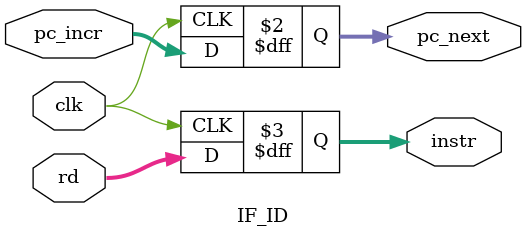
<source format=v>
module IF_ID ( clk, pc_incr, rd, pc_next, instr ) ;

	input 				clk ;
	input	[31:0] 		pc_incr, rd ;
	output reg [31:0] 	pc_next, instr ;


	always @( posedge clk ) begin
		pc_next  <= pc_incr ;
		instr	 <= rd ;
	end
	
endmodule

</source>
